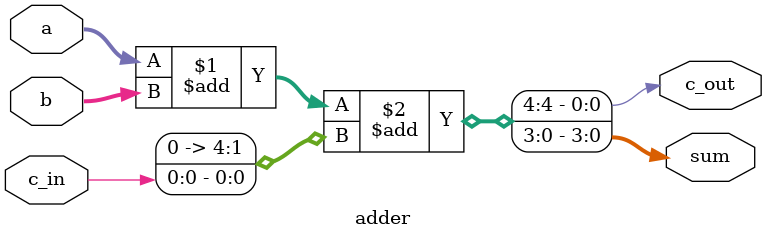
<source format=sv>
module adder (
    input [3:0] a,
    input [3:0] b,
    input c_in,
    output c_out,
    output [3:0] sum
);
  assign {c_out, sum} = a + b + {3'b000, c_in};
endmodule


</source>
